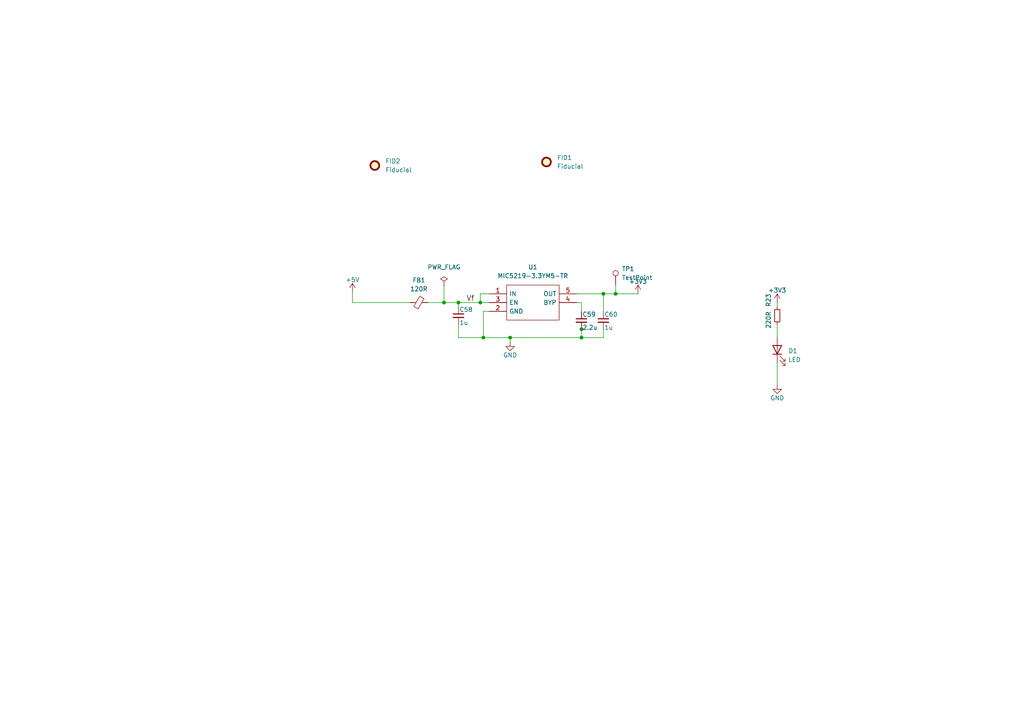
<source format=kicad_sch>
(kicad_sch (version 20211123) (generator eeschema)

  (uuid dc837ec8-88b7-4098-8198-49c7b13ca5f6)

  (paper "A4")

  (title_block
    (title "IMX-RT 1021 in LQFP144 board")
    (date "2018-07-07")
    (rev "0.1")
    (company "CIAA Project")
  )

  (lib_symbols
    (symbol "Connector:TestPoint" (pin_numbers hide) (pin_names (offset 0.762) hide) (in_bom yes) (on_board yes)
      (property "Reference" "TP" (id 0) (at 0 6.858 0)
        (effects (font (size 1.27 1.27)))
      )
      (property "Value" "TestPoint" (id 1) (at 0 5.08 0)
        (effects (font (size 1.27 1.27)))
      )
      (property "Footprint" "" (id 2) (at 5.08 0 0)
        (effects (font (size 1.27 1.27)) hide)
      )
      (property "Datasheet" "~" (id 3) (at 5.08 0 0)
        (effects (font (size 1.27 1.27)) hide)
      )
      (property "ki_keywords" "test point tp" (id 4) (at 0 0 0)
        (effects (font (size 1.27 1.27)) hide)
      )
      (property "ki_description" "test point" (id 5) (at 0 0 0)
        (effects (font (size 1.27 1.27)) hide)
      )
      (property "ki_fp_filters" "Pin* Test*" (id 6) (at 0 0 0)
        (effects (font (size 1.27 1.27)) hide)
      )
      (symbol "TestPoint_0_1"
        (circle (center 0 3.302) (radius 0.762)
          (stroke (width 0) (type default) (color 0 0 0 0))
          (fill (type none))
        )
      )
      (symbol "TestPoint_1_1"
        (pin passive line (at 0 0 90) (length 2.54)
          (name "1" (effects (font (size 1.27 1.27))))
          (number "1" (effects (font (size 1.27 1.27))))
        )
      )
    )
    (symbol "Device:C_Small" (pin_numbers hide) (pin_names (offset 0.254) hide) (in_bom yes) (on_board yes)
      (property "Reference" "C" (id 0) (at 0.254 1.778 0)
        (effects (font (size 1.27 1.27)) (justify left))
      )
      (property "Value" "C_Small" (id 1) (at 0.254 -2.032 0)
        (effects (font (size 1.27 1.27)) (justify left))
      )
      (property "Footprint" "" (id 2) (at 0 0 0)
        (effects (font (size 1.27 1.27)) hide)
      )
      (property "Datasheet" "~" (id 3) (at 0 0 0)
        (effects (font (size 1.27 1.27)) hide)
      )
      (property "ki_keywords" "capacitor cap" (id 4) (at 0 0 0)
        (effects (font (size 1.27 1.27)) hide)
      )
      (property "ki_description" "Unpolarized capacitor, small symbol" (id 5) (at 0 0 0)
        (effects (font (size 1.27 1.27)) hide)
      )
      (property "ki_fp_filters" "C_*" (id 6) (at 0 0 0)
        (effects (font (size 1.27 1.27)) hide)
      )
      (symbol "C_Small_0_1"
        (polyline
          (pts
            (xy -1.524 -0.508)
            (xy 1.524 -0.508)
          )
          (stroke (width 0.3302) (type default) (color 0 0 0 0))
          (fill (type none))
        )
        (polyline
          (pts
            (xy -1.524 0.508)
            (xy 1.524 0.508)
          )
          (stroke (width 0.3048) (type default) (color 0 0 0 0))
          (fill (type none))
        )
      )
      (symbol "C_Small_1_1"
        (pin passive line (at 0 2.54 270) (length 2.032)
          (name "~" (effects (font (size 1.27 1.27))))
          (number "1" (effects (font (size 1.27 1.27))))
        )
        (pin passive line (at 0 -2.54 90) (length 2.032)
          (name "~" (effects (font (size 1.27 1.27))))
          (number "2" (effects (font (size 1.27 1.27))))
        )
      )
    )
    (symbol "Device:FerriteBead_Small" (pin_numbers hide) (pin_names (offset 0)) (in_bom yes) (on_board yes)
      (property "Reference" "FB" (id 0) (at 1.905 1.27 0)
        (effects (font (size 1.27 1.27)) (justify left))
      )
      (property "Value" "FerriteBead_Small" (id 1) (at 1.905 -1.27 0)
        (effects (font (size 1.27 1.27)) (justify left))
      )
      (property "Footprint" "" (id 2) (at -1.778 0 90)
        (effects (font (size 1.27 1.27)) hide)
      )
      (property "Datasheet" "~" (id 3) (at 0 0 0)
        (effects (font (size 1.27 1.27)) hide)
      )
      (property "ki_keywords" "L ferrite bead inductor filter" (id 4) (at 0 0 0)
        (effects (font (size 1.27 1.27)) hide)
      )
      (property "ki_description" "Ferrite bead, small symbol" (id 5) (at 0 0 0)
        (effects (font (size 1.27 1.27)) hide)
      )
      (property "ki_fp_filters" "Inductor_* L_* *Ferrite*" (id 6) (at 0 0 0)
        (effects (font (size 1.27 1.27)) hide)
      )
      (symbol "FerriteBead_Small_0_1"
        (polyline
          (pts
            (xy 0 -1.27)
            (xy 0 -0.7874)
          )
          (stroke (width 0) (type default) (color 0 0 0 0))
          (fill (type none))
        )
        (polyline
          (pts
            (xy 0 0.889)
            (xy 0 1.2954)
          )
          (stroke (width 0) (type default) (color 0 0 0 0))
          (fill (type none))
        )
        (polyline
          (pts
            (xy -1.8288 0.2794)
            (xy -1.1176 1.4986)
            (xy 1.8288 -0.2032)
            (xy 1.1176 -1.4224)
            (xy -1.8288 0.2794)
          )
          (stroke (width 0) (type default) (color 0 0 0 0))
          (fill (type none))
        )
      )
      (symbol "FerriteBead_Small_1_1"
        (pin passive line (at 0 2.54 270) (length 1.27)
          (name "~" (effects (font (size 1.27 1.27))))
          (number "1" (effects (font (size 1.27 1.27))))
        )
        (pin passive line (at 0 -2.54 90) (length 1.27)
          (name "~" (effects (font (size 1.27 1.27))))
          (number "2" (effects (font (size 1.27 1.27))))
        )
      )
    )
    (symbol "Device:LED" (pin_numbers hide) (pin_names (offset 1.016) hide) (in_bom yes) (on_board yes)
      (property "Reference" "D" (id 0) (at 0 2.54 0)
        (effects (font (size 1.27 1.27)))
      )
      (property "Value" "LED" (id 1) (at 0 -2.54 0)
        (effects (font (size 1.27 1.27)))
      )
      (property "Footprint" "" (id 2) (at 0 0 0)
        (effects (font (size 1.27 1.27)) hide)
      )
      (property "Datasheet" "~" (id 3) (at 0 0 0)
        (effects (font (size 1.27 1.27)) hide)
      )
      (property "ki_keywords" "LED diode" (id 4) (at 0 0 0)
        (effects (font (size 1.27 1.27)) hide)
      )
      (property "ki_description" "Light emitting diode" (id 5) (at 0 0 0)
        (effects (font (size 1.27 1.27)) hide)
      )
      (property "ki_fp_filters" "LED* LED_SMD:* LED_THT:*" (id 6) (at 0 0 0)
        (effects (font (size 1.27 1.27)) hide)
      )
      (symbol "LED_0_1"
        (polyline
          (pts
            (xy -1.27 -1.27)
            (xy -1.27 1.27)
          )
          (stroke (width 0.254) (type default) (color 0 0 0 0))
          (fill (type none))
        )
        (polyline
          (pts
            (xy -1.27 0)
            (xy 1.27 0)
          )
          (stroke (width 0) (type default) (color 0 0 0 0))
          (fill (type none))
        )
        (polyline
          (pts
            (xy 1.27 -1.27)
            (xy 1.27 1.27)
            (xy -1.27 0)
            (xy 1.27 -1.27)
          )
          (stroke (width 0.254) (type default) (color 0 0 0 0))
          (fill (type none))
        )
        (polyline
          (pts
            (xy -3.048 -0.762)
            (xy -4.572 -2.286)
            (xy -3.81 -2.286)
            (xy -4.572 -2.286)
            (xy -4.572 -1.524)
          )
          (stroke (width 0) (type default) (color 0 0 0 0))
          (fill (type none))
        )
        (polyline
          (pts
            (xy -1.778 -0.762)
            (xy -3.302 -2.286)
            (xy -2.54 -2.286)
            (xy -3.302 -2.286)
            (xy -3.302 -1.524)
          )
          (stroke (width 0) (type default) (color 0 0 0 0))
          (fill (type none))
        )
      )
      (symbol "LED_1_1"
        (pin passive line (at -3.81 0 0) (length 2.54)
          (name "K" (effects (font (size 1.27 1.27))))
          (number "1" (effects (font (size 1.27 1.27))))
        )
        (pin passive line (at 3.81 0 180) (length 2.54)
          (name "A" (effects (font (size 1.27 1.27))))
          (number "2" (effects (font (size 1.27 1.27))))
        )
      )
    )
    (symbol "Device:R_Small" (pin_numbers hide) (pin_names (offset 0.254) hide) (in_bom yes) (on_board yes)
      (property "Reference" "R" (id 0) (at 0.762 0.508 0)
        (effects (font (size 1.27 1.27)) (justify left))
      )
      (property "Value" "R_Small" (id 1) (at 0.762 -1.016 0)
        (effects (font (size 1.27 1.27)) (justify left))
      )
      (property "Footprint" "" (id 2) (at 0 0 0)
        (effects (font (size 1.27 1.27)) hide)
      )
      (property "Datasheet" "~" (id 3) (at 0 0 0)
        (effects (font (size 1.27 1.27)) hide)
      )
      (property "ki_keywords" "R resistor" (id 4) (at 0 0 0)
        (effects (font (size 1.27 1.27)) hide)
      )
      (property "ki_description" "Resistor, small symbol" (id 5) (at 0 0 0)
        (effects (font (size 1.27 1.27)) hide)
      )
      (property "ki_fp_filters" "R_*" (id 6) (at 0 0 0)
        (effects (font (size 1.27 1.27)) hide)
      )
      (symbol "R_Small_0_1"
        (rectangle (start -0.762 1.778) (end 0.762 -1.778)
          (stroke (width 0.2032) (type default) (color 0 0 0 0))
          (fill (type none))
        )
      )
      (symbol "R_Small_1_1"
        (pin passive line (at 0 2.54 270) (length 0.762)
          (name "~" (effects (font (size 1.27 1.27))))
          (number "1" (effects (font (size 1.27 1.27))))
        )
        (pin passive line (at 0 -2.54 90) (length 0.762)
          (name "~" (effects (font (size 1.27 1.27))))
          (number "2" (effects (font (size 1.27 1.27))))
        )
      )
    )
    (symbol "Mechanical:Fiducial" (in_bom yes) (on_board yes)
      (property "Reference" "FID" (id 0) (at 0 5.08 0)
        (effects (font (size 1.27 1.27)))
      )
      (property "Value" "Fiducial" (id 1) (at 0 3.175 0)
        (effects (font (size 1.27 1.27)))
      )
      (property "Footprint" "" (id 2) (at 0 0 0)
        (effects (font (size 1.27 1.27)) hide)
      )
      (property "Datasheet" "~" (id 3) (at 0 0 0)
        (effects (font (size 1.27 1.27)) hide)
      )
      (property "ki_keywords" "fiducial marker" (id 4) (at 0 0 0)
        (effects (font (size 1.27 1.27)) hide)
      )
      (property "ki_description" "Fiducial Marker" (id 5) (at 0 0 0)
        (effects (font (size 1.27 1.27)) hide)
      )
      (property "ki_fp_filters" "Fiducial*" (id 6) (at 0 0 0)
        (effects (font (size 1.27 1.27)) hide)
      )
      (symbol "Fiducial_0_1"
        (circle (center 0 0) (radius 1.27)
          (stroke (width 0.508) (type default) (color 0 0 0 0))
          (fill (type background))
        )
      )
    )
    (symbol "My 1024 Symbols:MIC5219-3.3YM5-TR" (pin_names (offset 0.762)) (in_bom yes) (on_board yes)
      (property "Reference" "U" (id 0) (at 21.59 7.62 0)
        (effects (font (size 1.27 1.27)) (justify left))
      )
      (property "Value" "MIC5219-3.3YM5-TR" (id 1) (at 21.59 5.08 0)
        (effects (font (size 1.27 1.27)) (justify left))
      )
      (property "Footprint" "SOT95P280X145-5N" (id 2) (at 21.59 2.54 0)
        (effects (font (size 1.27 1.27)) (justify left) hide)
      )
      (property "Datasheet" "http://www.microchip.com/mymicrochip/filehandler.aspx?ddocname=en579712" (id 3) (at 21.59 0 0)
        (effects (font (size 1.27 1.27)) (justify left) hide)
      )
      (property "Description" "LDO Regulator Pos 3.3V 0.5A Microchip MIC5219-3.3YM5-TR, LDO Voltage Regulator, 500mA, 3.3 V +/-2%, 2.5  12 Vin, 5-Pin SOT-23" (id 4) (at 21.59 -2.54 0)
        (effects (font (size 1.27 1.27)) (justify left) hide)
      )
      (property "Height" "1.45" (id 5) (at 21.59 -5.08 0)
        (effects (font (size 1.27 1.27)) (justify left) hide)
      )
      (property "Manufacturer_Name" "Microchip" (id 6) (at 21.59 -7.62 0)
        (effects (font (size 1.27 1.27)) (justify left) hide)
      )
      (property "Manufacturer_Part_Number" "MIC5219-3.3YM5-TR" (id 7) (at 21.59 -10.16 0)
        (effects (font (size 1.27 1.27)) (justify left) hide)
      )
      (property "Mouser Part Number" "998-MIC5219-3.3YM5TR" (id 8) (at 21.59 -12.7 0)
        (effects (font (size 1.27 1.27)) (justify left) hide)
      )
      (property "Mouser Price/Stock" "https://www.mouser.co.uk/ProductDetail/Microchip-Technology-Atmel/MIC5219-3.3YM5-TR?qs=U6T8BxXiZAWojkIJMtSJlw%3D%3D" (id 9) (at 21.59 -15.24 0)
        (effects (font (size 1.27 1.27)) (justify left) hide)
      )
      (property "Arrow Part Number" "MIC5219-3.3YM5-TR" (id 10) (at 21.59 -17.78 0)
        (effects (font (size 1.27 1.27)) (justify left) hide)
      )
      (property "Arrow Price/Stock" "https://www.arrow.com/en/products/mic5219-3.3ym5-tr/microchip-technology?region=nac" (id 11) (at 21.59 -20.32 0)
        (effects (font (size 1.27 1.27)) (justify left) hide)
      )
      (property "Mouser Testing Part Number" "" (id 12) (at 21.59 -22.86 0)
        (effects (font (size 1.27 1.27)) (justify left) hide)
      )
      (property "Mouser Testing Price/Stock" "" (id 13) (at 21.59 -25.4 0)
        (effects (font (size 1.27 1.27)) (justify left) hide)
      )
      (property "ki_description" "LDO Regulator Pos 3.3V 0.5A Microchip MIC5219-3.3YM5-TR, LDO Voltage Regulator, 500mA, 3.3 V +/-2%, 2.5  12 Vin, 5-Pin SOT-23" (id 14) (at 0 0 0)
        (effects (font (size 1.27 1.27)) hide)
      )
      (symbol "MIC5219-3.3YM5-TR_0_0"
        (pin power_in line (at 0 0 0) (length 5.08)
          (name "IN" (effects (font (size 1.27 1.27))))
          (number "1" (effects (font (size 1.27 1.27))))
        )
        (pin power_in line (at 0 -5.08 0) (length 5.08)
          (name "GND" (effects (font (size 1.27 1.27))))
          (number "2" (effects (font (size 1.27 1.27))))
        )
        (pin passive line (at 0 -2.54 0) (length 5.08)
          (name "EN" (effects (font (size 1.27 1.27))))
          (number "3" (effects (font (size 1.27 1.27))))
        )
        (pin passive line (at 25.4 -2.54 180) (length 5.08)
          (name "BYP" (effects (font (size 1.27 1.27))))
          (number "4" (effects (font (size 1.27 1.27))))
        )
        (pin power_out line (at 25.4 0 180) (length 5.08)
          (name "OUT" (effects (font (size 1.27 1.27))))
          (number "5" (effects (font (size 1.27 1.27))))
        )
      )
      (symbol "MIC5219-3.3YM5-TR_0_1"
        (polyline
          (pts
            (xy 5.08 2.54)
            (xy 20.32 2.54)
            (xy 20.32 -7.62)
            (xy 5.08 -7.62)
            (xy 5.08 2.54)
          )
          (stroke (width 0.1524) (type default) (color 0 0 0 0))
          (fill (type none))
        )
      )
    )
    (symbol "power:+3.3V" (power) (pin_names (offset 0)) (in_bom yes) (on_board yes)
      (property "Reference" "#PWR" (id 0) (at 0 -3.81 0)
        (effects (font (size 1.27 1.27)) hide)
      )
      (property "Value" "+3.3V" (id 1) (at 0 3.556 0)
        (effects (font (size 1.27 1.27)))
      )
      (property "Footprint" "" (id 2) (at 0 0 0)
        (effects (font (size 1.27 1.27)) hide)
      )
      (property "Datasheet" "" (id 3) (at 0 0 0)
        (effects (font (size 1.27 1.27)) hide)
      )
      (property "ki_keywords" "power-flag" (id 4) (at 0 0 0)
        (effects (font (size 1.27 1.27)) hide)
      )
      (property "ki_description" "Power symbol creates a global label with name \"+3.3V\"" (id 5) (at 0 0 0)
        (effects (font (size 1.27 1.27)) hide)
      )
      (symbol "+3.3V_0_1"
        (polyline
          (pts
            (xy -0.762 1.27)
            (xy 0 2.54)
          )
          (stroke (width 0) (type default) (color 0 0 0 0))
          (fill (type none))
        )
        (polyline
          (pts
            (xy 0 0)
            (xy 0 2.54)
          )
          (stroke (width 0) (type default) (color 0 0 0 0))
          (fill (type none))
        )
        (polyline
          (pts
            (xy 0 2.54)
            (xy 0.762 1.27)
          )
          (stroke (width 0) (type default) (color 0 0 0 0))
          (fill (type none))
        )
      )
      (symbol "+3.3V_1_1"
        (pin power_in line (at 0 0 90) (length 0) hide
          (name "+3V3" (effects (font (size 1.27 1.27))))
          (number "1" (effects (font (size 1.27 1.27))))
        )
      )
    )
    (symbol "power:+5V" (power) (pin_names (offset 0)) (in_bom yes) (on_board yes)
      (property "Reference" "#PWR" (id 0) (at 0 -3.81 0)
        (effects (font (size 1.27 1.27)) hide)
      )
      (property "Value" "+5V" (id 1) (at 0 3.556 0)
        (effects (font (size 1.27 1.27)))
      )
      (property "Footprint" "" (id 2) (at 0 0 0)
        (effects (font (size 1.27 1.27)) hide)
      )
      (property "Datasheet" "" (id 3) (at 0 0 0)
        (effects (font (size 1.27 1.27)) hide)
      )
      (property "ki_keywords" "power-flag" (id 4) (at 0 0 0)
        (effects (font (size 1.27 1.27)) hide)
      )
      (property "ki_description" "Power symbol creates a global label with name \"+5V\"" (id 5) (at 0 0 0)
        (effects (font (size 1.27 1.27)) hide)
      )
      (symbol "+5V_0_1"
        (polyline
          (pts
            (xy -0.762 1.27)
            (xy 0 2.54)
          )
          (stroke (width 0) (type default) (color 0 0 0 0))
          (fill (type none))
        )
        (polyline
          (pts
            (xy 0 0)
            (xy 0 2.54)
          )
          (stroke (width 0) (type default) (color 0 0 0 0))
          (fill (type none))
        )
        (polyline
          (pts
            (xy 0 2.54)
            (xy 0.762 1.27)
          )
          (stroke (width 0) (type default) (color 0 0 0 0))
          (fill (type none))
        )
      )
      (symbol "+5V_1_1"
        (pin power_in line (at 0 0 90) (length 0) hide
          (name "+5V" (effects (font (size 1.27 1.27))))
          (number "1" (effects (font (size 1.27 1.27))))
        )
      )
    )
    (symbol "power:GND" (power) (pin_names (offset 0)) (in_bom yes) (on_board yes)
      (property "Reference" "#PWR" (id 0) (at 0 -6.35 0)
        (effects (font (size 1.27 1.27)) hide)
      )
      (property "Value" "GND" (id 1) (at 0 -3.81 0)
        (effects (font (size 1.27 1.27)))
      )
      (property "Footprint" "" (id 2) (at 0 0 0)
        (effects (font (size 1.27 1.27)) hide)
      )
      (property "Datasheet" "" (id 3) (at 0 0 0)
        (effects (font (size 1.27 1.27)) hide)
      )
      (property "ki_keywords" "power-flag" (id 4) (at 0 0 0)
        (effects (font (size 1.27 1.27)) hide)
      )
      (property "ki_description" "Power symbol creates a global label with name \"GND\" , ground" (id 5) (at 0 0 0)
        (effects (font (size 1.27 1.27)) hide)
      )
      (symbol "GND_0_1"
        (polyline
          (pts
            (xy 0 0)
            (xy 0 -1.27)
            (xy 1.27 -1.27)
            (xy 0 -2.54)
            (xy -1.27 -1.27)
            (xy 0 -1.27)
          )
          (stroke (width 0) (type default) (color 0 0 0 0))
          (fill (type none))
        )
      )
      (symbol "GND_1_1"
        (pin power_in line (at 0 0 270) (length 0) hide
          (name "GND" (effects (font (size 1.27 1.27))))
          (number "1" (effects (font (size 1.27 1.27))))
        )
      )
    )
    (symbol "power:PWR_FLAG" (power) (pin_numbers hide) (pin_names (offset 0) hide) (in_bom yes) (on_board yes)
      (property "Reference" "#FLG" (id 0) (at 0 1.905 0)
        (effects (font (size 1.27 1.27)) hide)
      )
      (property "Value" "PWR_FLAG" (id 1) (at 0 3.81 0)
        (effects (font (size 1.27 1.27)))
      )
      (property "Footprint" "" (id 2) (at 0 0 0)
        (effects (font (size 1.27 1.27)) hide)
      )
      (property "Datasheet" "~" (id 3) (at 0 0 0)
        (effects (font (size 1.27 1.27)) hide)
      )
      (property "ki_keywords" "power-flag" (id 4) (at 0 0 0)
        (effects (font (size 1.27 1.27)) hide)
      )
      (property "ki_description" "Special symbol for telling ERC where power comes from" (id 5) (at 0 0 0)
        (effects (font (size 1.27 1.27)) hide)
      )
      (symbol "PWR_FLAG_0_0"
        (pin power_out line (at 0 0 90) (length 0)
          (name "pwr" (effects (font (size 1.27 1.27))))
          (number "1" (effects (font (size 1.27 1.27))))
        )
      )
      (symbol "PWR_FLAG_0_1"
        (polyline
          (pts
            (xy 0 0)
            (xy 0 1.27)
            (xy -1.016 1.905)
            (xy 0 2.54)
            (xy 1.016 1.905)
            (xy 0 1.27)
          )
          (stroke (width 0) (type default) (color 0 0 0 0))
          (fill (type none))
        )
      )
    )
  )

  (junction (at 140.208 97.917) (diameter 0) (color 0 0 0 0)
    (uuid 063c5a68-ecc6-44bb-9282-ed3bbcb7612c)
  )
  (junction (at 168.656 97.917) (diameter 0) (color 0 0 0 0)
    (uuid 21803c54-80d9-438b-91a9-55b06e952e92)
  )
  (junction (at 168.656 95.504) (diameter 0) (color 0 0 0 0)
    (uuid 2b5d7819-d381-49e5-ad5d-1035b76209db)
  )
  (junction (at 128.778 87.757) (diameter 0) (color 0 0 0 0)
    (uuid 54ec51fd-7a8e-4f1b-b478-3c08c4f3af9f)
  )
  (junction (at 178.562 85.217) (diameter 0) (color 0 0 0 0)
    (uuid 61a96d0b-d43a-4b5e-b16a-a50da8d67b9a)
  )
  (junction (at 139.319 87.757) (diameter 0) (color 0 0 0 0)
    (uuid 872cae88-715e-40f5-b6b6-75a5273ec1f2)
  )
  (junction (at 175.006 85.217) (diameter 0) (color 0 0 0 0)
    (uuid ad01e7c5-f7ba-43bd-be34-009590d8663c)
  )
  (junction (at 132.969 87.757) (diameter 0) (color 0 0 0 0)
    (uuid c5320667-46d2-4ade-ad32-d7aa793a7a0d)
  )
  (junction (at 147.955 97.917) (diameter 0) (color 0 0 0 0)
    (uuid eeb0d629-3664-4a57-8df5-787fc67962ea)
  )

  (wire (pts (xy 132.969 87.757) (xy 139.319 87.757))
    (stroke (width 0) (type default) (color 0 0 0 0))
    (uuid 0c76060d-e8e2-4f9e-a734-3f2604727728)
  )
  (wire (pts (xy 168.656 95.504) (xy 168.656 97.917))
    (stroke (width 0) (type default) (color 0 0 0 0))
    (uuid 1e2248b4-3af3-414b-8d87-5f93cb0cac16)
  )
  (wire (pts (xy 141.859 85.217) (xy 139.319 85.217))
    (stroke (width 0) (type default) (color 0 0 0 0))
    (uuid 1eaa3c15-18b6-4450-83a8-1c283bcb0644)
  )
  (wire (pts (xy 168.656 95.377) (xy 168.656 95.504))
    (stroke (width 0) (type default) (color 0 0 0 0))
    (uuid 276d29da-0f03-448c-be6f-9e2bb3d586e3)
  )
  (wire (pts (xy 128.778 82.804) (xy 128.778 87.757))
    (stroke (width 0) (type default) (color 0 0 0 0))
    (uuid 2aa9d583-f95e-4dd4-9ab3-25cc7ce79621)
  )
  (wire (pts (xy 178.562 85.217) (xy 185.039 85.217))
    (stroke (width 0) (type default) (color 0 0 0 0))
    (uuid 39310fd3-be09-44a7-8159-4436be8b5f77)
  )
  (wire (pts (xy 167.259 85.217) (xy 175.006 85.217))
    (stroke (width 0) (type default) (color 0 0 0 0))
    (uuid 3d915e6f-88f3-485b-8e7f-a61738cb0234)
  )
  (wire (pts (xy 168.656 87.757) (xy 168.656 90.424))
    (stroke (width 0) (type default) (color 0 0 0 0))
    (uuid 43591e77-4e2a-4bff-9245-655e12e5be08)
  )
  (wire (pts (xy 132.969 87.757) (xy 132.969 89.027))
    (stroke (width 0) (type default) (color 0 0 0 0))
    (uuid 498cd71b-345e-411f-83db-49b6ace4b8a9)
  )
  (wire (pts (xy 140.208 97.917) (xy 147.955 97.917))
    (stroke (width 0) (type default) (color 0 0 0 0))
    (uuid 54051088-0279-4bed-a44e-d26b77b524e9)
  )
  (wire (pts (xy 167.259 87.757) (xy 168.656 87.757))
    (stroke (width 0) (type default) (color 0 0 0 0))
    (uuid 5c331624-55c6-4842-b960-21cacc5801d6)
  )
  (wire (pts (xy 139.319 85.217) (xy 139.319 87.757))
    (stroke (width 0) (type default) (color 0 0 0 0))
    (uuid 60c3a21d-5b78-4320-89a6-dce8b3ef4f6e)
  )
  (wire (pts (xy 132.969 97.917) (xy 132.969 94.107))
    (stroke (width 0) (type default) (color 0 0 0 0))
    (uuid 77d80a6d-fe3c-410c-8226-46fd069abe10)
  )
  (wire (pts (xy 147.955 97.917) (xy 168.656 97.917))
    (stroke (width 0) (type default) (color 0 0 0 0))
    (uuid 7a7d40a3-0856-4938-959b-262000fc5355)
  )
  (wire (pts (xy 175.006 95.504) (xy 175.006 97.917))
    (stroke (width 0) (type default) (color 0 0 0 0))
    (uuid 7ef3aeb7-654a-437b-b4ac-f443f0a99bd2)
  )
  (wire (pts (xy 168.656 97.917) (xy 175.006 97.917))
    (stroke (width 0) (type default) (color 0 0 0 0))
    (uuid 80127c45-4f24-47b4-a55a-df332f91a2c1)
  )
  (wire (pts (xy 139.319 87.757) (xy 141.859 87.757))
    (stroke (width 0) (type default) (color 0 0 0 0))
    (uuid 8185b329-9ac9-4cb3-9b17-d0775def1206)
  )
  (wire (pts (xy 225.425 94.107) (xy 225.425 97.663))
    (stroke (width 0) (type default) (color 0 0 0 0))
    (uuid 839be414-c9f4-4203-a375-db0990e38cd1)
  )
  (wire (pts (xy 102.235 87.757) (xy 118.999 87.757))
    (stroke (width 0) (type default) (color 0 0 0 0))
    (uuid 944a2750-7c00-4290-bf19-92fc3af31028)
  )
  (wire (pts (xy 140.208 90.297) (xy 140.208 97.917))
    (stroke (width 0) (type default) (color 0 0 0 0))
    (uuid a926340a-437d-4b97-9ec5-9afb389c2ddd)
  )
  (wire (pts (xy 225.425 87.757) (xy 225.425 89.027))
    (stroke (width 0) (type default) (color 0 0 0 0))
    (uuid ae7a7038-c002-4060-b42e-f57a45013bae)
  )
  (wire (pts (xy 132.969 97.917) (xy 140.208 97.917))
    (stroke (width 0) (type default) (color 0 0 0 0))
    (uuid b34351f7-1edb-4e3d-8a55-2af6525016c8)
  )
  (wire (pts (xy 102.235 84.709) (xy 102.235 87.757))
    (stroke (width 0) (type default) (color 0 0 0 0))
    (uuid b7ea29ea-ff4c-4c1a-9413-e3b080795280)
  )
  (wire (pts (xy 175.006 85.217) (xy 178.562 85.217))
    (stroke (width 0) (type default) (color 0 0 0 0))
    (uuid b7fc3e7a-8573-4c59-9073-1ae2f8542c36)
  )
  (wire (pts (xy 141.859 90.297) (xy 140.208 90.297))
    (stroke (width 0) (type default) (color 0 0 0 0))
    (uuid cb4e5304-4f5d-4580-8e32-07162b605583)
  )
  (wire (pts (xy 128.778 87.757) (xy 132.969 87.757))
    (stroke (width 0) (type default) (color 0 0 0 0))
    (uuid d99f1dc2-dd6f-4b83-9013-915f1cb57e9f)
  )
  (wire (pts (xy 124.079 87.757) (xy 128.778 87.757))
    (stroke (width 0) (type default) (color 0 0 0 0))
    (uuid dd786cf8-97cd-4e6e-bf12-d21074835c6e)
  )
  (wire (pts (xy 147.955 97.917) (xy 147.955 99.187))
    (stroke (width 0) (type default) (color 0 0 0 0))
    (uuid de27e360-85f6-4d04-9fe8-58c445ccf291)
  )
  (wire (pts (xy 225.425 111.633) (xy 225.425 105.283))
    (stroke (width 0) (type default) (color 0 0 0 0))
    (uuid ded58007-3aff-4d28-a8d1-fe777b5fd10a)
  )
  (wire (pts (xy 178.562 82.55) (xy 178.562 85.217))
    (stroke (width 0) (type default) (color 0 0 0 0))
    (uuid e18dafb8-c538-4bb6-a378-b29feb978d61)
  )
  (wire (pts (xy 175.006 90.424) (xy 175.006 85.217))
    (stroke (width 0) (type default) (color 0 0 0 0))
    (uuid e9ac8708-b6ee-4ebe-a547-90fad55d4c79)
  )

  (label "Vf" (at 135.255 87.757 0)
    (effects (font (size 1.524 1.524)) (justify left bottom))
    (uuid a5b94bdb-3bd4-46d5-8cf7-faa6c9e54b21)
  )

  (symbol (lib_id "Device:C_Small") (at 168.656 92.964 0) (unit 1)
    (in_bom yes) (on_board yes)
    (uuid 00000000-0000-0000-0000-00005b341f01)
    (property "Reference" "C59" (id 0) (at 168.91 91.186 0)
      (effects (font (size 1.27 1.27)) (justify left))
    )
    (property "Value" "2.2u" (id 1) (at 168.91 94.996 0)
      (effects (font (size 1.27 1.27)) (justify left))
    )
    (property "Footprint" "Capacitor_SMD:C_0402_1005Metric" (id 2) (at 168.656 92.964 0)
      (effects (font (size 1.27 1.27)) hide)
    )
    (property "Datasheet" "" (id 3) (at 168.656 92.964 0)
      (effects (font (size 1.27 1.27)) hide)
    )
    (property "Field4" "CL05A225KQ5NNNC" (id 4) (at 27.686 141.224 0)
      (effects (font (size 1.27 1.27)) hide)
    )
    (property "Field5" "1276-1172-1-ND" (id 5) (at 27.686 141.224 0)
      (effects (font (size 1.27 1.27)) hide)
    )
    (pin "1" (uuid f0dfbfae-d1f0-4307-b17c-dce590e9a0c7))
    (pin "2" (uuid 2a0b9d5a-9ec5-4c90-ab52-0f010beeabec))
  )

  (symbol (lib_id "Device:C_Small") (at 175.006 92.964 0) (unit 1)
    (in_bom yes) (on_board yes)
    (uuid 00000000-0000-0000-0000-00005b342236)
    (property "Reference" "C60" (id 0) (at 175.26 91.186 0)
      (effects (font (size 1.27 1.27)) (justify left))
    )
    (property "Value" "1u" (id 1) (at 175.26 94.996 0)
      (effects (font (size 1.27 1.27)) (justify left))
    )
    (property "Footprint" "Capacitor_SMD:C_0402_1005Metric" (id 2) (at 175.006 92.964 0)
      (effects (font (size 1.27 1.27)) hide)
    )
    (property "Datasheet" "" (id 3) (at 175.006 92.964 0)
      (effects (font (size 1.27 1.27)) hide)
    )
    (property "Field4" "CL05A105KA5NQNC" (id 4) (at 27.686 141.224 0)
      (effects (font (size 1.27 1.27)) hide)
    )
    (property "Field5" "1276-1445-1-ND" (id 5) (at 27.686 141.224 0)
      (effects (font (size 1.27 1.27)) hide)
    )
    (pin "1" (uuid 05e7441f-a1a1-4ac1-8f07-110806ec1485))
    (pin "2" (uuid afeb57df-fd1e-4519-b8dd-1e42e8ad4720))
  )

  (symbol (lib_id "power:+5V") (at 102.235 84.709 0) (unit 1)
    (in_bom yes) (on_board yes)
    (uuid 00000000-0000-0000-0000-00005b342a21)
    (property "Reference" "#PWR023" (id 0) (at 102.235 88.519 0)
      (effects (font (size 1.27 1.27)) hide)
    )
    (property "Value" "+5V" (id 1) (at 102.235 81.153 0))
    (property "Footprint" "" (id 2) (at 102.235 84.709 0)
      (effects (font (size 1.27 1.27)) hide)
    )
    (property "Datasheet" "" (id 3) (at 102.235 84.709 0)
      (effects (font (size 1.27 1.27)) hide)
    )
    (pin "1" (uuid 68e2719f-3f0e-474a-9df5-7269126b4984))
  )

  (symbol (lib_id "power:+3.3V") (at 185.039 85.217 0) (unit 1)
    (in_bom yes) (on_board yes)
    (uuid 00000000-0000-0000-0000-00005b342a8b)
    (property "Reference" "#PWR024" (id 0) (at 185.039 89.027 0)
      (effects (font (size 1.27 1.27)) hide)
    )
    (property "Value" "+3.3V" (id 1) (at 185.039 81.661 0))
    (property "Footprint" "" (id 2) (at 185.039 85.217 0)
      (effects (font (size 1.27 1.27)) hide)
    )
    (property "Datasheet" "" (id 3) (at 185.039 85.217 0)
      (effects (font (size 1.27 1.27)) hide)
    )
    (pin "1" (uuid 89253220-1db1-4a11-85e4-7a39bc0dd023))
  )

  (symbol (lib_id "power:GND") (at 147.955 99.187 0) (unit 1)
    (in_bom yes) (on_board yes)
    (uuid 00000000-0000-0000-0000-00005b342c6e)
    (property "Reference" "#PWR025" (id 0) (at 147.955 105.537 0)
      (effects (font (size 1.27 1.27)) hide)
    )
    (property "Value" "GND" (id 1) (at 147.955 102.997 0))
    (property "Footprint" "" (id 2) (at 147.955 99.187 0)
      (effects (font (size 1.27 1.27)) hide)
    )
    (property "Datasheet" "" (id 3) (at 147.955 99.187 0)
      (effects (font (size 1.27 1.27)) hide)
    )
    (pin "1" (uuid f50606de-b111-4f76-ab2e-db2befd9d897))
  )

  (symbol (lib_id "Device:R_Small") (at 225.425 91.567 0) (unit 1)
    (in_bom yes) (on_board yes)
    (uuid 00000000-0000-0000-0000-00005b6b0275)
    (property "Reference" "R23" (id 0) (at 222.885 89.027 90)
      (effects (font (size 1.27 1.27)) (justify left))
    )
    (property "Value" "220R" (id 1) (at 222.885 95.377 90)
      (effects (font (size 1.27 1.27)) (justify left))
    )
    (property "Footprint" "Resistor_SMD:R_0402_1005Metric" (id 2) (at 225.425 91.567 0)
      (effects (font (size 1.27 1.27)) hide)
    )
    (property "Datasheet" "" (id 3) (at 225.425 91.567 0)
      (effects (font (size 1.27 1.27)) hide)
    )
    (property "Field4" "CRCW0402220RJNED" (id 4) (at 27.305 133.477 0)
      (effects (font (size 1.27 1.27)) hide)
    )
    (property "Field5" "541-220JCT-ND" (id 5) (at 27.305 133.477 0)
      (effects (font (size 1.27 1.27)) hide)
    )
    (pin "1" (uuid 3123446b-11ea-457e-86b2-8274753c7c0b))
    (pin "2" (uuid 843e6316-cc0a-4c83-b31b-9a9e75b11181))
  )

  (symbol (lib_id "power:+3.3V") (at 225.425 87.757 0) (unit 1)
    (in_bom yes) (on_board yes)
    (uuid 00000000-0000-0000-0000-00005b6b04ca)
    (property "Reference" "#PWR035" (id 0) (at 225.425 91.567 0)
      (effects (font (size 1.27 1.27)) hide)
    )
    (property "Value" "+3.3V" (id 1) (at 225.425 84.201 0))
    (property "Footprint" "" (id 2) (at 225.425 87.757 0)
      (effects (font (size 1.27 1.27)) hide)
    )
    (property "Datasheet" "" (id 3) (at 225.425 87.757 0)
      (effects (font (size 1.27 1.27)) hide)
    )
    (pin "1" (uuid aabfba73-1183-4d9c-950e-e9a70ae3dafe))
  )

  (symbol (lib_id "Device:C_Small") (at 132.969 91.567 0) (unit 1)
    (in_bom yes) (on_board yes)
    (uuid 00000000-0000-0000-0000-00005b9557d6)
    (property "Reference" "C58" (id 0) (at 133.223 89.789 0)
      (effects (font (size 1.27 1.27)) (justify left))
    )
    (property "Value" "1u" (id 1) (at 133.223 93.599 0)
      (effects (font (size 1.27 1.27)) (justify left))
    )
    (property "Footprint" "Capacitor_SMD:C_0402_1005Metric" (id 2) (at 132.969 91.567 0)
      (effects (font (size 1.27 1.27)) hide)
    )
    (property "Datasheet" "" (id 3) (at 132.969 91.567 0)
      (effects (font (size 1.27 1.27)) hide)
    )
    (property "Field4" "CL05A105KA5NQNC" (id 4) (at 22.479 138.557 0)
      (effects (font (size 1.27 1.27)) hide)
    )
    (property "Field5" "1276-1445-1-ND" (id 5) (at 22.479 138.557 0)
      (effects (font (size 1.27 1.27)) hide)
    )
    (pin "1" (uuid 198f4c9f-5926-43c8-9a36-bbbba4b23c22))
    (pin "2" (uuid 752eea49-228f-4d1c-bacc-83449509e7fd))
  )

  (symbol (lib_id "power:GND") (at 225.425 111.633 0) (unit 1)
    (in_bom yes) (on_board yes)
    (uuid 00000000-0000-0000-0000-00005b97e9fc)
    (property "Reference" "#PWR092" (id 0) (at 225.425 117.983 0)
      (effects (font (size 1.27 1.27)) hide)
    )
    (property "Value" "GND" (id 1) (at 225.425 115.443 0))
    (property "Footprint" "" (id 2) (at 225.425 111.633 0)
      (effects (font (size 1.27 1.27)) hide)
    )
    (property "Datasheet" "" (id 3) (at 225.425 111.633 0)
      (effects (font (size 1.27 1.27)) hide)
    )
    (pin "1" (uuid 656dfbc3-9c8f-496a-a8f4-875f339e7a12))
  )

  (symbol (lib_id "power:PWR_FLAG") (at 128.778 82.804 0) (unit 1)
    (in_bom yes) (on_board yes) (fields_autoplaced)
    (uuid 492c3cb7-9313-45ed-a5a1-bf2fbb5c592f)
    (property "Reference" "#FLG0103" (id 0) (at 128.778 80.899 0)
      (effects (font (size 1.27 1.27)) hide)
    )
    (property "Value" "PWR_FLAG" (id 1) (at 128.778 77.47 0))
    (property "Footprint" "" (id 2) (at 128.778 82.804 0)
      (effects (font (size 1.27 1.27)) hide)
    )
    (property "Datasheet" "~" (id 3) (at 128.778 82.804 0)
      (effects (font (size 1.27 1.27)) hide)
    )
    (pin "1" (uuid a38891b1-1197-45c8-b2ee-401a346f36da))
  )

  (symbol (lib_id "Mechanical:Fiducial") (at 158.496 46.99 0) (unit 1)
    (in_bom yes) (on_board yes) (fields_autoplaced)
    (uuid 877c8f6f-211c-4b20-abf7-643f325efd4f)
    (property "Reference" "FID1" (id 0) (at 161.544 45.7199 0)
      (effects (font (size 1.27 1.27)) (justify left))
    )
    (property "Value" "Fiducial" (id 1) (at 161.544 48.2599 0)
      (effects (font (size 1.27 1.27)) (justify left))
    )
    (property "Footprint" "Fiducial:Fiducial_0.75mm_Mask1.5mm" (id 2) (at 158.496 46.99 0)
      (effects (font (size 1.27 1.27)) hide)
    )
    (property "Datasheet" "~" (id 3) (at 158.496 46.99 0)
      (effects (font (size 1.27 1.27)) hide)
    )
  )

  (symbol (lib_id "Connector:TestPoint") (at 178.562 82.55 0) (unit 1)
    (in_bom yes) (on_board yes) (fields_autoplaced)
    (uuid 8c7ae4c4-7906-4cf7-8ad0-9c236aa999fa)
    (property "Reference" "TP1" (id 0) (at 180.34 77.9779 0)
      (effects (font (size 1.27 1.27)) (justify left))
    )
    (property "Value" "TestPoint" (id 1) (at 180.34 80.5179 0)
      (effects (font (size 1.27 1.27)) (justify left))
    )
    (property "Footprint" "TestPoint:TestPoint_Pad_D1.0mm" (id 2) (at 183.642 82.55 0)
      (effects (font (size 1.27 1.27)) hide)
    )
    (property "Datasheet" "~" (id 3) (at 183.642 82.55 0)
      (effects (font (size 1.27 1.27)) hide)
    )
    (pin "1" (uuid e3f3e7b7-2d7d-46ca-bc80-57db42ce027f))
  )

  (symbol (lib_id "Device:FerriteBead_Small") (at 121.539 87.757 90) (unit 1)
    (in_bom yes) (on_board yes) (fields_autoplaced)
    (uuid 940331c5-54b1-4212-b6b8-679a661d1f1d)
    (property "Reference" "FB1" (id 0) (at 121.5009 81.28 90))
    (property "Value" "120R" (id 1) (at 121.5009 83.82 90))
    (property "Footprint" "1024 Library:BLM18AG102BH1D" (id 2) (at 121.539 89.535 90)
      (effects (font (size 1.27 1.27)) hide)
    )
    (property "Datasheet" "~" (id 3) (at 121.539 87.757 0)
      (effects (font (size 1.27 1.27)) hide)
    )
    (pin "1" (uuid bf404253-9221-414d-89da-8e27e242949e))
    (pin "2" (uuid 1b850bda-6e71-4899-bb10-ca2dc1769dfb))
  )

  (symbol (lib_id "Mechanical:Fiducial") (at 108.712 48.006 0) (unit 1)
    (in_bom yes) (on_board yes) (fields_autoplaced)
    (uuid afc3e6ff-cc67-4f98-a307-d9d660e5e8a9)
    (property "Reference" "FID2" (id 0) (at 111.76 46.7359 0)
      (effects (font (size 1.27 1.27)) (justify left))
    )
    (property "Value" "Fiducial" (id 1) (at 111.76 49.2759 0)
      (effects (font (size 1.27 1.27)) (justify left))
    )
    (property "Footprint" "Fiducial:Fiducial_0.75mm_Mask1.5mm" (id 2) (at 108.712 48.006 0)
      (effects (font (size 1.27 1.27)) hide)
    )
    (property "Datasheet" "~" (id 3) (at 108.712 48.006 0)
      (effects (font (size 1.27 1.27)) hide)
    )
  )

  (symbol (lib_id "My 1024 Symbols:MIC5219-3.3YM5-TR") (at 141.859 85.217 0) (unit 1)
    (in_bom yes) (on_board yes) (fields_autoplaced)
    (uuid c44220eb-bee2-4d76-a183-d2af9c225823)
    (property "Reference" "U1" (id 0) (at 154.559 77.47 0))
    (property "Value" "MIC5219-3.3YM5-TR" (id 1) (at 154.559 80.01 0))
    (property "Footprint" "1024 Library:SOT95P280X145-5N" (id 2) (at 163.449 82.677 0)
      (effects (font (size 1.27 1.27)) (justify left) hide)
    )
    (property "Datasheet" "http://www.microchip.com/mymicrochip/filehandler.aspx?ddocname=en579712" (id 3) (at 163.449 85.217 0)
      (effects (font (size 1.27 1.27)) (justify left) hide)
    )
    (property "Description" "LDO Regulator Pos 3.3V 0.5A Microchip MIC5219-3.3YM5-TR, LDO Voltage Regulator, 500mA, 3.3 V +/-2%, 2.5  12 Vin, 5-Pin SOT-23" (id 4) (at 163.449 87.757 0)
      (effects (font (size 1.27 1.27)) (justify left) hide)
    )
    (property "Height" "1.45" (id 5) (at 163.449 90.297 0)
      (effects (font (size 1.27 1.27)) (justify left) hide)
    )
    (property "Manufacturer_Name" "Microchip" (id 6) (at 163.449 92.837 0)
      (effects (font (size 1.27 1.27)) (justify left) hide)
    )
    (property "Manufacturer_Part_Number" "MIC5219-3.3YM5-TR" (id 7) (at 163.449 95.377 0)
      (effects (font (size 1.27 1.27)) (justify left) hide)
    )
    (property "Mouser Part Number" "998-MIC5219-3.3YM5TR" (id 8) (at 163.449 97.917 0)
      (effects (font (size 1.27 1.27)) (justify left) hide)
    )
    (property "Mouser Price/Stock" "https://www.mouser.co.uk/ProductDetail/Microchip-Technology-Atmel/MIC5219-3.3YM5-TR?qs=U6T8BxXiZAWojkIJMtSJlw%3D%3D" (id 9) (at 163.449 100.457 0)
      (effects (font (size 1.27 1.27)) (justify left) hide)
    )
    (property "Arrow Part Number" "MIC5219-3.3YM5-TR" (id 10) (at 163.449 102.997 0)
      (effects (font (size 1.27 1.27)) (justify left) hide)
    )
    (property "Arrow Price/Stock" "https://www.arrow.com/en/products/mic5219-3.3ym5-tr/microchip-technology?region=nac" (id 11) (at 163.449 105.537 0)
      (effects (font (size 1.27 1.27)) (justify left) hide)
    )
    (property "Mouser Testing Part Number" "" (id 12) (at 163.449 108.077 0)
      (effects (font (size 1.27 1.27)) (justify left) hide)
    )
    (property "Mouser Testing Price/Stock" "" (id 13) (at 163.449 110.617 0)
      (effects (font (size 1.27 1.27)) (justify left) hide)
    )
    (pin "1" (uuid ba65d8e3-24ff-4ab6-8334-d4b022f62fa4))
    (pin "2" (uuid f1306d9a-6f4f-418e-94ff-d7e860377f91))
    (pin "3" (uuid 16787446-8c75-434a-a870-9fd28fc6f262))
    (pin "4" (uuid 60174ba3-e672-47aa-96e5-b718eddf3fc7))
    (pin "5" (uuid 345b5e18-d2d2-4ec9-9af2-a1eae9cbfea7))
  )

  (symbol (lib_id "Device:LED") (at 225.425 101.473 90) (unit 1)
    (in_bom yes) (on_board yes) (fields_autoplaced)
    (uuid c48a8d2c-dc20-405a-9ae5-e001707f4071)
    (property "Reference" "D1" (id 0) (at 228.6 101.7904 90)
      (effects (font (size 1.27 1.27)) (justify right))
    )
    (property "Value" "LED" (id 1) (at 228.6 104.3304 90)
      (effects (font (size 1.27 1.27)) (justify right))
    )
    (property "Footprint" "LED_SMD:LED_0402_1005Metric" (id 2) (at 225.425 101.473 0)
      (effects (font (size 1.27 1.27)) hide)
    )
    (property "Datasheet" "~" (id 3) (at 225.425 101.473 0)
      (effects (font (size 1.27 1.27)) hide)
    )
    (pin "1" (uuid 6daf55e9-20da-44a9-9447-ea49f6ceb848))
    (pin "2" (uuid 791776a4-20c6-4f64-ada6-3654ec074ad3))
  )
)

</source>
